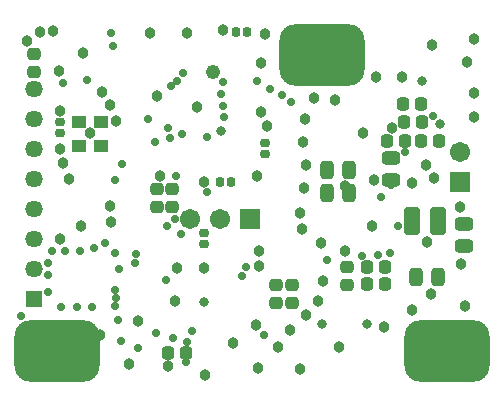
<source format=gbs>
G04 Layer_Color=16711935*
%FSLAX25Y25*%
%MOIN*%
G70*
G01*
G75*
G04:AMPARAMS|DCode=106|XSize=45.8mil|YSize=61.54mil|CornerRadius=13.45mil|HoleSize=0mil|Usage=FLASHONLY|Rotation=180.000|XOffset=0mil|YOffset=0mil|HoleType=Round|Shape=RoundedRectangle|*
%AMROUNDEDRECTD106*
21,1,0.04580,0.03465,0,0,180.0*
21,1,0.01890,0.06154,0,0,180.0*
1,1,0.02690,-0.00945,0.01732*
1,1,0.02690,0.00945,0.01732*
1,1,0.02690,0.00945,-0.01732*
1,1,0.02690,-0.00945,-0.01732*
%
%ADD106ROUNDEDRECTD106*%
G04:AMPARAMS|DCode=116|XSize=28.08mil|YSize=31.62mil|CornerRadius=9.12mil|HoleSize=0mil|Usage=FLASHONLY|Rotation=0.000|XOffset=0mil|YOffset=0mil|HoleType=Round|Shape=RoundedRectangle|*
%AMROUNDEDRECTD116*
21,1,0.02808,0.01338,0,0,0.0*
21,1,0.00984,0.03162,0,0,0.0*
1,1,0.01824,0.00492,-0.00669*
1,1,0.01824,-0.00492,-0.00669*
1,1,0.01824,-0.00492,0.00669*
1,1,0.01824,0.00492,0.00669*
%
%ADD116ROUNDEDRECTD116*%
G04:AMPARAMS|DCode=117|XSize=42.25mil|YSize=43.83mil|CornerRadius=12.73mil|HoleSize=0mil|Usage=FLASHONLY|Rotation=0.000|XOffset=0mil|YOffset=0mil|HoleType=Round|Shape=RoundedRectangle|*
%AMROUNDEDRECTD117*
21,1,0.04225,0.01836,0,0,0.0*
21,1,0.01678,0.04383,0,0,0.0*
1,1,0.02547,0.00839,-0.00918*
1,1,0.02547,-0.00839,-0.00918*
1,1,0.02547,-0.00839,0.00918*
1,1,0.02547,0.00839,0.00918*
%
%ADD117ROUNDEDRECTD117*%
G04:AMPARAMS|DCode=118|XSize=42.25mil|YSize=43.83mil|CornerRadius=12.73mil|HoleSize=0mil|Usage=FLASHONLY|Rotation=270.000|XOffset=0mil|YOffset=0mil|HoleType=Round|Shape=RoundedRectangle|*
%AMROUNDEDRECTD118*
21,1,0.04225,0.01836,0,0,270.0*
21,1,0.01678,0.04383,0,0,270.0*
1,1,0.02547,-0.00918,-0.00839*
1,1,0.02547,-0.00918,0.00839*
1,1,0.02547,0.00918,0.00839*
1,1,0.02547,0.00918,-0.00839*
%
%ADD118ROUNDEDRECTD118*%
G04:AMPARAMS|DCode=127|XSize=28.08mil|YSize=31.62mil|CornerRadius=9.12mil|HoleSize=0mil|Usage=FLASHONLY|Rotation=270.000|XOffset=0mil|YOffset=0mil|HoleType=Round|Shape=RoundedRectangle|*
%AMROUNDEDRECTD127*
21,1,0.02808,0.01338,0,0,270.0*
21,1,0.00984,0.03162,0,0,270.0*
1,1,0.01824,-0.00669,-0.00492*
1,1,0.01824,-0.00669,0.00492*
1,1,0.01824,0.00669,0.00492*
1,1,0.01824,0.00669,-0.00492*
%
%ADD127ROUNDEDRECTD127*%
%ADD134R,0.06706X0.06706*%
%ADD135C,0.06706*%
%ADD136R,0.05761X0.05761*%
%ADD137C,0.05761*%
%ADD138R,0.06706X0.06706*%
G04:AMPARAMS|DCode=139|XSize=283.59mil|YSize=204.85mil|CornerRadius=53.21mil|HoleSize=0mil|Usage=FLASHONLY|Rotation=180.000|XOffset=0mil|YOffset=0mil|HoleType=Round|Shape=RoundedRectangle|*
%AMROUNDEDRECTD139*
21,1,0.28359,0.09843,0,0,180.0*
21,1,0.17716,0.20485,0,0,180.0*
1,1,0.10642,-0.08858,0.04921*
1,1,0.10642,0.08858,0.04921*
1,1,0.10642,0.08858,-0.04921*
1,1,0.10642,-0.08858,-0.04921*
%
%ADD139ROUNDEDRECTD139*%
%ADD140C,0.03300*%
%ADD141C,0.03800*%
%ADD142C,0.02800*%
%ADD143C,0.03162*%
%ADD144C,0.04800*%
G04:AMPARAMS|DCode=145|XSize=45.8mil|YSize=61.54mil|CornerRadius=13.45mil|HoleSize=0mil|Usage=FLASHONLY|Rotation=270.000|XOffset=0mil|YOffset=0mil|HoleType=Round|Shape=RoundedRectangle|*
%AMROUNDEDRECTD145*
21,1,0.04580,0.03465,0,0,270.0*
21,1,0.01890,0.06154,0,0,270.0*
1,1,0.02690,-0.01732,-0.00945*
1,1,0.02690,-0.01732,0.00945*
1,1,0.02690,0.01732,0.00945*
1,1,0.02690,0.01732,-0.00945*
%
%ADD145ROUNDEDRECTD145*%
G04:AMPARAMS|DCode=146|XSize=54.85mil|YSize=95.4mil|CornerRadius=13.84mil|HoleSize=0mil|Usage=FLASHONLY|Rotation=180.000|XOffset=0mil|YOffset=0mil|HoleType=Round|Shape=RoundedRectangle|*
%AMROUNDEDRECTD146*
21,1,0.05485,0.06772,0,0,180.0*
21,1,0.02717,0.09540,0,0,180.0*
1,1,0.02768,-0.01359,0.03386*
1,1,0.02768,0.01359,0.03386*
1,1,0.02768,0.01359,-0.03386*
1,1,0.02768,-0.01359,-0.03386*
%
%ADD146ROUNDEDRECTD146*%
%ADD147R,0.04737X0.04343*%
D106*
X142042Y36000D02*
D03*
X134758D02*
D03*
X112442Y63800D02*
D03*
X105158D02*
D03*
X112342Y71700D02*
D03*
X105058D02*
D03*
D116*
X69489Y67400D02*
D03*
X73111D02*
D03*
X78311Y117600D02*
D03*
X74689D02*
D03*
D117*
X125000Y81300D02*
D03*
X131032Y81100D02*
D03*
X136469D02*
D03*
X142532D02*
D03*
X118468Y39100D02*
D03*
X124531D02*
D03*
X118468Y33600D02*
D03*
X124531D02*
D03*
X136531Y93600D02*
D03*
X130468D02*
D03*
X136721Y87537D02*
D03*
X130657D02*
D03*
X58031Y10600D02*
D03*
X51968D02*
D03*
D118*
X88000Y33132D02*
D03*
Y27068D02*
D03*
X93500D02*
D03*
Y33132D02*
D03*
X48500Y59069D02*
D03*
Y65131D02*
D03*
X111600Y33268D02*
D03*
Y39331D02*
D03*
X53500Y59069D02*
D03*
Y65131D02*
D03*
X7500Y104069D02*
D03*
Y110132D02*
D03*
D127*
X84500Y76989D02*
D03*
Y80611D02*
D03*
X16100Y83989D02*
D03*
Y87611D02*
D03*
X64000Y50411D02*
D03*
Y46789D02*
D03*
D134*
X149500Y67600D02*
D03*
D135*
Y77600D02*
D03*
X59500Y55100D02*
D03*
X69500D02*
D03*
D136*
X7500Y28600D02*
D03*
D137*
Y38600D02*
D03*
Y48600D02*
D03*
Y58600D02*
D03*
Y68600D02*
D03*
Y78600D02*
D03*
Y88600D02*
D03*
Y98600D02*
D03*
D138*
X79500Y55100D02*
D03*
D139*
X145200Y11100D02*
D03*
X103400Y109900D02*
D03*
X15100Y11200D02*
D03*
D140*
X103420Y20129D02*
D03*
X118380D02*
D03*
X69800Y84400D02*
D03*
D141*
X102000Y27800D02*
D03*
X82100Y5700D02*
D03*
X92600Y18300D02*
D03*
X96800Y51900D02*
D03*
X133300Y24900D02*
D03*
X140700Y68800D02*
D03*
X126600Y85600D02*
D03*
X107900Y95000D02*
D03*
X84500Y116800D02*
D03*
X109200Y12400D02*
D03*
X88600Y12600D02*
D03*
X34800Y87900D02*
D03*
X26200Y83800D02*
D03*
X29500Y16500D02*
D03*
X154000Y89100D02*
D03*
Y115100D02*
D03*
Y97100D02*
D03*
X140000Y113100D02*
D03*
X138000Y73100D02*
D03*
X98000D02*
D03*
X96000Y57100D02*
D03*
Y5100D02*
D03*
X98000Y23100D02*
D03*
X97100Y80800D02*
D03*
X97800Y88700D02*
D03*
X117100Y83800D02*
D03*
X111200Y66200D02*
D03*
X120900Y68300D02*
D03*
X23700Y110600D02*
D03*
X133300Y67300D02*
D03*
X154200Y14400D02*
D03*
X5000Y114600D02*
D03*
X149700Y40200D02*
D03*
X151900Y107500D02*
D03*
X100700Y95600D02*
D03*
X54500Y27800D02*
D03*
X64000Y38800D02*
D03*
X55000D02*
D03*
X83000Y90800D02*
D03*
X120000Y52800D02*
D03*
X111000Y44600D02*
D03*
X130000Y102600D02*
D03*
X103900Y34400D02*
D03*
X23200Y53000D02*
D03*
X16000Y48600D02*
D03*
X81400Y19800D02*
D03*
X151100Y26200D02*
D03*
X81800Y69400D02*
D03*
X15600Y104600D02*
D03*
X9500Y117600D02*
D03*
X61800Y92600D02*
D03*
X46000Y117100D02*
D03*
X83000Y107300D02*
D03*
X32600Y59700D02*
D03*
X16000Y78700D02*
D03*
X32700Y93100D02*
D03*
X19000Y68600D02*
D03*
X48400Y96200D02*
D03*
X58500Y117100D02*
D03*
X16000Y91300D02*
D03*
X97500Y65600D02*
D03*
X17000Y73800D02*
D03*
X30000Y97600D02*
D03*
X149500Y59300D02*
D03*
X13600Y117900D02*
D03*
X124000Y19100D02*
D03*
X138500Y47600D02*
D03*
X49500Y69600D02*
D03*
X85000Y86300D02*
D03*
X121500Y102600D02*
D03*
X33000Y54300D02*
D03*
X73600Y13800D02*
D03*
X82500Y39600D02*
D03*
X64100Y67600D02*
D03*
X82500Y44600D02*
D03*
X139600Y30200D02*
D03*
X70500Y118100D02*
D03*
X103000Y47100D02*
D03*
X64500Y3100D02*
D03*
X52000Y6100D02*
D03*
X39200Y7000D02*
D03*
X42000Y21100D02*
D03*
D142*
X3200Y22900D02*
D03*
X131000Y77400D02*
D03*
X128643Y52925D02*
D03*
X17200Y100600D02*
D03*
X25200Y101400D02*
D03*
X33800Y112900D02*
D03*
X51900Y52800D02*
D03*
X54600Y69600D02*
D03*
X122200Y43300D02*
D03*
X126200Y43900D02*
D03*
X126500Y66400D02*
D03*
X69900Y97000D02*
D03*
X45500Y88400D02*
D03*
X36700Y73700D02*
D03*
X47800Y80800D02*
D03*
X52685Y82300D02*
D03*
X56664Y83436D02*
D03*
X52200Y85500D02*
D03*
X65000Y82400D02*
D03*
X70500Y101000D02*
D03*
X81900Y101100D02*
D03*
X86000Y98400D02*
D03*
X57000Y103800D02*
D03*
X93100Y94200D02*
D03*
X90200Y96400D02*
D03*
X34500Y68300D02*
D03*
X54985Y101285D02*
D03*
X53076Y99376D02*
D03*
X123000Y62450D02*
D03*
X70500Y92900D02*
D03*
X70600Y89300D02*
D03*
X54357Y55243D02*
D03*
X56500Y50100D02*
D03*
X78000Y39100D02*
D03*
X65000Y64100D02*
D03*
X33000Y117350D02*
D03*
X116700Y43000D02*
D03*
X140400Y89500D02*
D03*
X84000Y16600D02*
D03*
X34500Y26100D02*
D03*
X12000Y30800D02*
D03*
X16400Y25800D02*
D03*
X21900D02*
D03*
X26700D02*
D03*
X34700Y29000D02*
D03*
X12000Y36500D02*
D03*
Y40400D02*
D03*
X13300Y44400D02*
D03*
X17900D02*
D03*
X22700D02*
D03*
X27500Y45400D02*
D03*
X31100Y47100D02*
D03*
X34400Y44000D02*
D03*
X35800Y38700D02*
D03*
X51300Y35000D02*
D03*
X34500Y31700D02*
D03*
X41500Y43600D02*
D03*
X41000Y40600D02*
D03*
X76847Y36253D02*
D03*
X105000Y41600D02*
D03*
X36500Y14600D02*
D03*
X53619Y15441D02*
D03*
X58500Y14100D02*
D03*
X60116Y17772D02*
D03*
X58031Y7632D02*
D03*
X42000Y12100D02*
D03*
X48000Y17100D02*
D03*
X35500Y21600D02*
D03*
D143*
X142900Y86900D02*
D03*
X64000Y27700D02*
D03*
X136900Y101100D02*
D03*
D144*
X66958Y104058D02*
D03*
D145*
X126300Y68158D02*
D03*
Y75442D02*
D03*
X150800Y46258D02*
D03*
Y53542D02*
D03*
D146*
X133410Y54375D02*
D03*
X142190D02*
D03*
D147*
X22400Y79432D02*
D03*
Y87700D02*
D03*
X29880Y79432D02*
D03*
Y87700D02*
D03*
M02*

</source>
